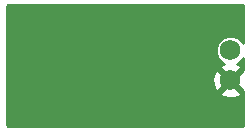
<source format=gbl>
G04 (created by PCBNEW (2013-07-07 BZR 4022)-stable) date 9/16/2014 9:18:02 AM*
%MOIN*%
G04 Gerber Fmt 3.4, Leading zero omitted, Abs format*
%FSLAX34Y34*%
G01*
G70*
G90*
G04 APERTURE LIST*
%ADD10C,0.00590551*%
%ADD11C,0.0688976*%
%ADD12C,0.01*%
G04 APERTURE END LIST*
G54D10*
G54D11*
X91500Y-56500D03*
X91500Y-57500D03*
G54D10*
G36*
X91930Y-58983D02*
X91924Y-59010D01*
X91919Y-59018D01*
X91910Y-59025D01*
X91883Y-59030D01*
X91847Y-59030D01*
X91847Y-57918D01*
X91500Y-57570D01*
X91429Y-57641D01*
X91429Y-57500D01*
X91081Y-57152D01*
X90981Y-57185D01*
X90900Y-57407D01*
X90911Y-57643D01*
X90981Y-57814D01*
X91081Y-57847D01*
X91429Y-57500D01*
X91429Y-57641D01*
X91152Y-57918D01*
X91185Y-58018D01*
X91407Y-58099D01*
X91643Y-58088D01*
X91814Y-58018D01*
X91847Y-57918D01*
X91847Y-59030D01*
X84116Y-59030D01*
X84089Y-59024D01*
X84081Y-59019D01*
X84074Y-59010D01*
X84069Y-58983D01*
X84069Y-55016D01*
X84074Y-54989D01*
X84081Y-54980D01*
X84089Y-54975D01*
X84116Y-54969D01*
X91883Y-54969D01*
X91910Y-54974D01*
X91919Y-54981D01*
X91924Y-54989D01*
X91930Y-55016D01*
X91930Y-56246D01*
X91919Y-56220D01*
X91780Y-56081D01*
X91598Y-56005D01*
X91402Y-56005D01*
X91220Y-56080D01*
X91081Y-56219D01*
X91005Y-56401D01*
X91005Y-56597D01*
X91080Y-56779D01*
X91219Y-56918D01*
X91278Y-56943D01*
X91185Y-56981D01*
X91152Y-57081D01*
X91500Y-57429D01*
X91847Y-57081D01*
X91814Y-56981D01*
X91715Y-56945D01*
X91779Y-56919D01*
X91918Y-56780D01*
X91930Y-56753D01*
X91930Y-57156D01*
X91918Y-57152D01*
X91570Y-57500D01*
X91918Y-57847D01*
X91930Y-57843D01*
X91930Y-58983D01*
X91930Y-58983D01*
G37*
G54D12*
X91930Y-58983D02*
X91924Y-59010D01*
X91919Y-59018D01*
X91910Y-59025D01*
X91883Y-59030D01*
X91847Y-59030D01*
X91847Y-57918D01*
X91500Y-57570D01*
X91429Y-57641D01*
X91429Y-57500D01*
X91081Y-57152D01*
X90981Y-57185D01*
X90900Y-57407D01*
X90911Y-57643D01*
X90981Y-57814D01*
X91081Y-57847D01*
X91429Y-57500D01*
X91429Y-57641D01*
X91152Y-57918D01*
X91185Y-58018D01*
X91407Y-58099D01*
X91643Y-58088D01*
X91814Y-58018D01*
X91847Y-57918D01*
X91847Y-59030D01*
X84116Y-59030D01*
X84089Y-59024D01*
X84081Y-59019D01*
X84074Y-59010D01*
X84069Y-58983D01*
X84069Y-55016D01*
X84074Y-54989D01*
X84081Y-54980D01*
X84089Y-54975D01*
X84116Y-54969D01*
X91883Y-54969D01*
X91910Y-54974D01*
X91919Y-54981D01*
X91924Y-54989D01*
X91930Y-55016D01*
X91930Y-56246D01*
X91919Y-56220D01*
X91780Y-56081D01*
X91598Y-56005D01*
X91402Y-56005D01*
X91220Y-56080D01*
X91081Y-56219D01*
X91005Y-56401D01*
X91005Y-56597D01*
X91080Y-56779D01*
X91219Y-56918D01*
X91278Y-56943D01*
X91185Y-56981D01*
X91152Y-57081D01*
X91500Y-57429D01*
X91847Y-57081D01*
X91814Y-56981D01*
X91715Y-56945D01*
X91779Y-56919D01*
X91918Y-56780D01*
X91930Y-56753D01*
X91930Y-57156D01*
X91918Y-57152D01*
X91570Y-57500D01*
X91918Y-57847D01*
X91930Y-57843D01*
X91930Y-58983D01*
M02*

</source>
